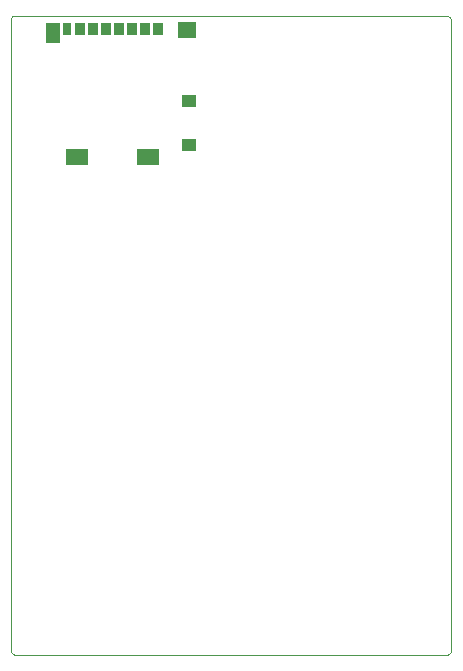
<source format=gbp>
%TF.GenerationSoftware,KiCad,Pcbnew,(5.1.10-1-10_14)*%
%TF.CreationDate,2021-10-09T14:12:20-05:00*%
%TF.ProjectId,bluepill_scsi,626c7565-7069-46c6-9c5f-736373692e6b,rev?*%
%TF.SameCoordinates,Original*%
%TF.FileFunction,Paste,Bot*%
%TF.FilePolarity,Positive*%
%FSLAX46Y46*%
G04 Gerber Fmt 4.6, Leading zero omitted, Abs format (unit mm)*
G04 Created by KiCad (PCBNEW (5.1.10-1-10_14)) date 2021-10-09 14:12:20*
%MOMM*%
%LPD*%
G01*
G04 APERTURE LIST*
%TA.AperFunction,Profile*%
%ADD10C,0.050000*%
%TD*%
%ADD11R,1.900000X1.350000*%
%ADD12R,1.200000X1.000000*%
%ADD13R,1.550000X1.350000*%
%ADD14R,1.170000X1.800000*%
%ADD15R,0.850000X1.100000*%
%ADD16R,0.750000X1.100000*%
G04 APERTURE END LIST*
D10*
X125095000Y-149705000D02*
G75*
G02*
X124841000Y-149959000I-254000J0D01*
G01*
X88085000Y-149955000D02*
G75*
G02*
X87831000Y-149701000I0J254000D01*
G01*
X87835000Y-96139000D02*
G75*
G02*
X88089000Y-95885000I254000J0D01*
G01*
X124714000Y-95885000D02*
G75*
G02*
X125095000Y-96266000I0J-381000D01*
G01*
X124841000Y-149959000D02*
X88085000Y-149955000D01*
X124714000Y-95885000D02*
X88089000Y-95885000D01*
X125095000Y-149705000D02*
X125095000Y-96266000D01*
X87831000Y-149701000D02*
X87835000Y-96139000D01*
D11*
%TO.C,J5*%
X93400000Y-107780000D03*
X99370000Y-107780000D03*
D12*
X102870000Y-103105000D03*
X102870000Y-106805000D03*
D13*
X102695000Y-97080000D03*
D14*
X91375000Y-97305000D03*
D15*
X93635000Y-96955000D03*
X94735000Y-96955000D03*
X95835000Y-96955000D03*
X96935000Y-96955000D03*
X98035000Y-96955000D03*
X99135000Y-96955000D03*
D16*
X92585000Y-96955000D03*
D15*
X100235000Y-96955000D03*
%TD*%
M02*

</source>
